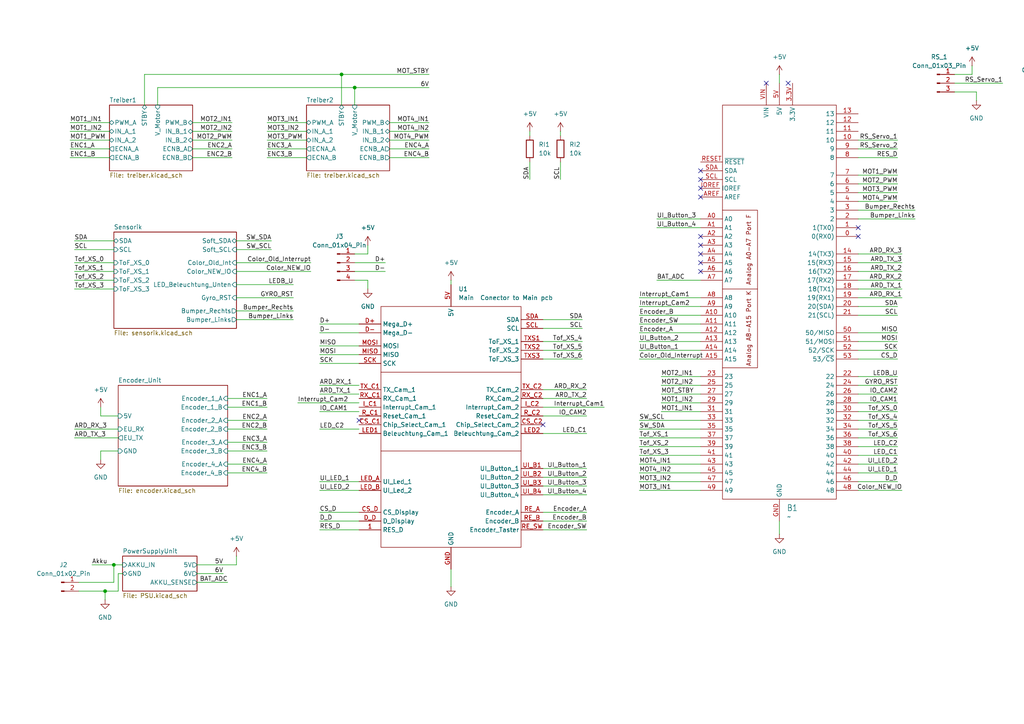
<source format=kicad_sch>
(kicad_sch (version 20250114) (generator "eeschema") (generator_version "9.0")
  (paper "A4")
  (lib_symbols
    (symbol "Connector:Conn_01x02_Pin" (pin_names (offset 1.016) (hide yes))
      (property "Reference" "J" (at 0 2.54 0))
      (property "Value" "Conn_01x02_Pin" (at 0 -5.08 0))
      (symbol "Conn_01x02_Pin_1_1"
        (rectangle (start 0.8636 0.127) (end 0 -0.127) (stroke (width 0.1524)) (fill (type outline)))
        (rectangle (start 0.8636 -2.413) (end 0 -2.667) (stroke (width 0.1524)) (fill (type outline)))
        (polyline (pts (xy 1.27 0) (xy 0.8636 0)) (stroke (width 0.1524)))
        (polyline (pts (xy 1.27 -2.54) (xy 0.8636 -2.54)) (stroke (width 0.1524)))
        (pin passive line (at 5.08 0 180) (length 3.81) (name "Pin_1") (number "1"))
        (pin passive line (at 5.08 -2.54 180) (length 3.81) (name "Pin_2") (number "2"))
      )
    )
    (symbol "Connector:Conn_01x03_Pin" (pin_names (offset 1.016) (hide yes))
      (property "Reference" "J" (at 0 5.08 0))
      (property "Value" "Conn_01x03_Pin" (at 0 -5.08 0))
      (symbol "Conn_01x03_Pin_1_1"
        (rectangle (start 0.8636 2.667) (end 0 2.413) (stroke (width 0.1524)) (fill (type outline)))
        (rectangle (start 0.8636 0.127) (end 0 -0.127) (stroke (width 0.1524)) (fill (type outline)))
        (rectangle (start 0.8636 -2.413) (end 0 -2.667) (stroke (width 0.1524)) (fill (type outline)))
        (polyline (pts (xy 1.27 2.54) (xy 0.8636 2.54)) (stroke (width 0.1524)))
        (polyline (pts (xy 1.27 0) (xy 0.8636 0)) (stroke (width 0.1524)))
        (polyline (pts (xy 1.27 -2.54) (xy 0.8636 -2.54)) (stroke (width 0.1524)))
        (pin passive line (at 5.08 2.54 180) (length 3.81) (name "Pin_1") (number "1"))
        (pin passive line (at 5.08 0 180) (length 3.81) (name "Pin_2") (number "2"))
        (pin passive line (at 5.08 -2.54 180) (length 3.81) (name "Pin_3") (number "3"))
      )
    )
    (symbol "Connector:Conn_01x04_Pin" (pin_names (offset 1.016) (hide yes))
      (property "Reference" "J" (at 0 5.08 0))
      (property "Value" "Conn_01x04_Pin" (at 0 -7.62 0))
      (symbol "Conn_01x04_Pin_1_1"
        (rectangle (start 0.8636 2.667) (end 0 2.413) (stroke (width 0.1524)) (fill (type outline)))
        (rectangle (start 0.8636 0.127) (end 0 -0.127) (stroke (width 0.1524)) (fill (type outline)))
        (rectangle (start 0.8636 -2.413) (end 0 -2.667) (stroke (width 0.1524)) (fill (type outline)))
        (rectangle (start 0.8636 -4.953) (end 0 -5.207) (stroke (width 0.1524)) (fill (type outline)))
        (polyline (pts (xy 1.27 2.54) (xy 0.8636 2.54)) (stroke (width 0.1524)))
        (polyline (pts (xy 1.27 0) (xy 0.8636 0)) (stroke (width 0.1524)))
        (polyline (pts (xy 1.27 -2.54) (xy 0.8636 -2.54)) (stroke (width 0.1524)))
        (polyline (pts (xy 1.27 -5.08) (xy 0.8636 -5.08)) (stroke (width 0.1524)))
        (pin passive line (at 5.08 2.54 180) (length 3.81) (name "Pin_1") (number "1"))
        (pin passive line (at 5.08 0 180) (length 3.81) (name "Pin_2") (number "2"))
        (pin passive line (at 5.08 -2.54 180) (length 3.81) (name "Pin_3") (number "3"))
        (pin passive line (at 5.08 -5.08 180) (length 3.81) (name "Pin_4") (number "4"))
      )
    )
    (symbol "Device:R" (pin_numbers (hide yes)) (pin_names (offset 0))
      (property "Reference" "R" (at 2.032 0 90))
      (property "Value" "R" (at 0 0 90))
      (symbol "R_0_1"
        (rectangle (start -1.016 -2.54) (end 1.016 2.54) (stroke (width 0.254)))
      )
      (symbol "R_1_1"
        (pin passive line (at 0 3.81 270) (length 1.27) (name "~") (number "1"))
        (pin passive line (at 0 -3.81 90) (length 1.27) (name "~") (number "2"))
      )
    )
    (symbol "Robotik:ARDUINO_MEGA_R3FULL"
      (property "Reference" "B" (at -0.508 47.498 0))
      (symbol "ARDUINO_MEGA_R3FULL_1_0"
        (pin bidirectional line (at -22.86 41.91 0) (length 6.35) (name "~{RESET}") (number "RESET"))
        (pin bidirectional line (at -22.86 39.37 0) (length 6.35) (name "SDA") (number "SDA"))
        (pin bidirectional line (at -22.86 36.83 0) (length 6.35) (name "SCL") (number "SCL"))
        (pin bidirectional line (at -22.86 34.29 0) (length 5.588) (name "IOREF") (number "IOREF"))
        (pin bidirectional line (at -22.86 31.75 0) (length 6.35) (name "AREF") (number "AREF"))
        (pin input line (at -22.86 25.4 0) (length 6.35) (name "A0") (number "A0"))
        (pin input line (at -22.86 22.86 0) (length 6.35) (name "A1") (number "A1"))
        (pin input line (at -22.86 20.32 0) (length 6.35) (name "A2") (number "A2"))
        (pin input line (at -22.86 17.78 0) (length 6.35) (name "A3") (number "A3"))
        (pin input line (at -22.86 15.24 0) (length 6.35) (name "A4") (number "A4"))
        (pin input line (at -22.86 12.7 0) (length 6.35) (name "A5") (number "A5"))
        (pin input line (at -22.86 10.16 0) (length 6.35) (name "A6") (number "A6"))
        (pin input line (at -22.86 7.62 0) (length 6.35) (name "A7") (number "A7"))
        (pin input line (at -22.86 2.54 0) (length 6.35) (name "A8") (number "A8"))
        (pin input line (at -22.86 0 0) (length 6.35) (name "A9") (number "A9"))
        (pin input line (at -22.86 -2.54 0) (length 6.35) (name "A10") (number "A10"))
        (pin input line (at -22.86 -5.08 0) (length 6.35) (name "A11") (number "A11"))
        (pin input line (at -22.86 -7.62 0) (length 6.35) (name "A12") (number "A12"))
        (pin input line (at -22.86 -10.16 0) (length 6.35) (name "A13") (number "A13"))
        (pin input line (at -22.86 -12.7 0) (length 6.35) (name "A14") (number "A14"))
        (pin input line (at -22.86 -15.24 0) (length 6.35) (name "A15") (number "A15"))
        (pin bidirectional line (at -22.86 -20.32 0) (length 6.35) (name "23") (number "23"))
        (pin bidirectional line (at -22.86 -22.86 0) (length 6.35) (name "25") (number "25"))
        (pin bidirectional line (at -22.86 -25.4 0) (length 6.35) (name "27") (number "27"))
        (pin bidirectional line (at -22.86 -27.94 0) (length 6.35) (name "29") (number "29"))
        (pin bidirectional line (at -22.86 -30.48 0) (length 6.35) (name "31") (number "31"))
        (pin bidirectional line (at -22.86 -33.02 0) (length 6.35) (name "33") (number "33"))
        (pin bidirectional line (at -22.86 -35.56 0) (length 6.35) (name "35") (number "35"))
        (pin bidirectional line (at -22.86 -38.1 0) (length 6.35) (name "37") (number "37"))
        (pin bidirectional line (at -22.86 -40.64 0) (length 6.35) (name "39") (number "39"))
        (pin bidirectional line (at -22.86 -43.18 0) (length 6.35) (name "41") (number "41"))
        (pin bidirectional line (at -22.86 -45.72 0) (length 6.35) (name "43") (number "43"))
        (pin bidirectional line (at -22.86 -48.26 0) (length 6.35) (name "45") (number "45"))
        (pin bidirectional line (at -22.86 -50.8 0) (length 6.35) (name "47") (number "47"))
        (pin bidirectional line (at -22.86 -53.34 0) (length 6.35) (name "49") (number "49"))
        (pin power_in line (at -3.81 64.77 270) (length 6.35) (name "VIN") (number "VIN"))
        (pin power_in line (at 0 64.77 270) (length 6.35) (name "5V") (number "5V"))
        (pin power_in line (at 0 -62.23 90) (length 6.35) (name "GND") (number "GND"))
        (pin power_in line (at 3.81 64.77 270) (length 6.35) (name "3.3V") (number "3.3V"))
        (pin bidirectional line (at 22.86 55.88 180) (length 6.35) (name "13") (number "13"))
        (pin bidirectional line (at 22.86 53.34 180) (length 6.35) (name "12") (number "12"))
        (pin bidirectional line (at 22.86 50.8 180) (length 6.35) (name "11") (number "11"))
        (pin bidirectional line (at 22.86 48.26 180) (length 6.35) (name "10") (number "10"))
        (pin bidirectional line (at 22.86 45.72 180) (length 6.35) (name "9") (number "9"))
        (pin bidirectional line (at 22.86 43.18 180) (length 6.35) (name "8") (number "8"))
        (pin bidirectional line (at 22.86 38.1 180) (length 6.35) (name "7") (number "7"))
        (pin bidirectional line (at 22.86 35.56 180) (length 6.35) (name "6") (number "6"))
        (pin bidirectional line (at 22.86 33.02 180) (length 6.35) (name "5") (number "5"))
        (pin bidirectional line (at 22.86 30.48 180) (length 6.35) (name "4") (number "4"))
        (pin bidirectional line (at 22.86 27.94 180) (length 6.35) (name "3") (number "3"))
        (pin bidirectional line (at 22.86 25.4 180) (length 6.35) (name "2") (number "2"))
        (pin bidirectional line (at 22.86 22.86 180) (length 6.35) (name "1(TX0)") (number "1"))
        (pin bidirectional line (at 22.86 20.32 180) (length 6.35) (name "0(RX0)") (number "0"))
        (pin bidirectional line (at 22.86 15.24 180) (length 6.35) (name "14(TX3)") (number "14"))
        (pin bidirectional line (at 22.86 12.7 180) (length 6.35) (name "15(RX3)") (number "15"))
        (pin bidirectional line (at 22.86 10.16 180) (length 6.35) (name "16(TX2)") (number "16"))
        (pin bidirectional line (at 22.86 7.62 180) (length 6.35) (name "17(RX2)") (number "17"))
        (pin bidirectional line (at 22.86 5.08 180) (length 6.35) (name "18(TX1)") (number "18"))
        (pin bidirectional line (at 22.86 2.54 180) (length 6.35) (name "19(RX1)") (number "19"))
        (pin bidirectional line (at 22.86 0 180) (length 6.35) (name "20(SDA)") (number "20"))
        (pin bidirectional line (at 22.86 -2.54 180) (length 6.35) (name "21(SCL)") (number "21"))
        (pin bidirectional line (at 22.86 -7.62 180) (length 6.35) (name "50/MISO") (number "50"))
        (pin bidirectional line (at 22.86 -10.16 180) (length 6.35) (name "51/MOSI") (number "51"))
        (pin bidirectional line (at 22.86 -12.7 180) (length 6.35) (name "52/SCK") (number "52"))
        (pin bidirectional line (at 22.86 -15.24 180) (length 6.35) (name "53/~{CS}") (number "53"))
        (pin bidirectional line (at 22.86 -20.32 180) (length 6.35) (name "22") (number "22"))
        (pin bidirectional line (at 22.86 -22.86 180) (length 6.35) (name "24") (number "24"))
        (pin bidirectional line (at 22.86 -25.4 180) (length 6.35) (name "26") (number "26"))
        (pin bidirectional line (at 22.86 -27.94 180) (length 6.35) (name "28") (number "28"))
        (pin bidirectional line (at 22.86 -30.48 180) (length 6.35) (name "30") (number "30"))
        (pin bidirectional line (at 22.86 -33.02 180) (length 6.35) (name "32") (number "32"))
        (pin bidirectional line (at 22.86 -35.56 180) (length 6.35) (name "34") (number "34"))
        (pin bidirectional line (at 22.86 -38.1 180) (length 6.35) (name "36") (number "36"))
        (pin bidirectional line (at 22.86 -40.64 180) (length 6.35) (name "38") (number "38"))
        (pin bidirectional line (at 22.86 -43.18 180) (length 6.35) (name "40") (number "40"))
        (pin bidirectional line (at 22.86 -45.72 180) (length 6.35) (name "42") (number "42"))
        (pin bidirectional line (at 22.86 -48.26 180) (length 6.35) (name "44") (number "44"))
        (pin bidirectional line (at 22.86 -50.8 180) (length 6.35) (name "46") (number "46"))
        (pin bidirectional line (at 22.86 -53.34 180) (length 6.35) (name "48") (number "48"))
      )
      (symbol "ARDUINO_MEGA_R3FULL_1_1"
        (rectangle (start -16.51 58.42) (end 16.51 -55.88))
        (polyline (pts (xy -16.51 5.08) (xy -6.35 5.08) (xy -6.35 27.94) (xy -16.51 27.94)))
        (polyline (pts (xy -6.35 5.08) (xy -6.35 -17.78) (xy -16.51 -17.78)))
        (text "Analog A0-A7 Port F" (at -8.89 16.51 900) (effects (font (size 1.27 1.27))))
        (text "Analog A8-A15 Port K" (at -8.89 -6.35 900) (effects (font (size 1.27 1.27))))
      )
    )
    (symbol "RobotikV4:MainConector"
      (property "Reference" "U" (at -19.05 33.02 0))
      (property "Value" "Main  Conector to Main pcb" (at -0.254 13.97 0))
      (symbol "MainConector_0_1"
        (rectangle (start -20.32 31.75) (end 20.32 -38.1))
        (polyline (pts (xy -20.32 12.7) (xy 20.32 12.7)))
        (polyline (pts (xy 20.32 -10.16) (xy -20.32 -10.16)))
      )
      (symbol "MainConector_1_1"
        (pin input line (at -26.67 26.67 0) (length 6.35) (name "Mega_D+") (number "D+"))
        (pin input line (at -26.67 24.13 0) (length 6.35) (name "Mega_D-") (number "D-"))
        (pin input line (at -26.67 20.32 0) (length 6.35) (name "MOSI") (number "MOSI"))
        (pin input line (at -26.67 17.78 0) (length 6.35) (name "MISO") (number "MISO"))
        (pin input line (at -26.67 15.24 0) (length 6.35) (name "SCK") (number "SCK"))
        (pin output line (at -26.67 7.62 0) (length 6.35) (name "TX_Cam_1") (number "TX_C1"))
        (pin input line (at -26.67 5.08 0) (length 6.35) (name "RX_Cam_1") (number "RX_C1"))
        (pin input line (at -26.67 2.54 0) (length 6.35) (name "Interrupt_Cam_1") (number "I_C1"))
        (pin input line (at -26.67 0 0) (length 6.35) (name "Reset_Cam_1") (number "R_C1"))
        (pin input line (at -26.67 -2.54 0) (length 6.35) (name "Chip_Select_Cam_1") (number "CS_C1"))
        (pin input line (at -26.67 -5.08 0) (length 6.35) (name "Beleuchtung_Cam_1") (number "LED1"))
        (pin input line (at -26.67 -19.05 0) (length 6.35) (name "UI_Led_1") (number "LED_A"))
        (pin input line (at -26.67 -21.59 0) (length 6.35) (name "UI_Led_2") (number "LED_B"))
        (pin input line (at -26.67 -27.94 0) (length 6.35) (name "CS_Display") (number "CS_D"))
        (pin input line (at -26.67 -30.48 0) (length 6.35) (name "D_Display") (number "D_D"))
        (pin input line (at -26.67 -33.02 0) (length 6.35) (name "RES_D") (number "1"))
        (pin power_in line (at 0 38.1 270) (length 6.35) (name "5V") (number "5V"))
        (pin power_in line (at 0 -44.45 90) (length 6.35) (name "GND") (number "GND"))
        (pin bidirectional line (at 26.67 27.94 180) (length 6.35) (name "SDA") (number "SDA"))
        (pin input line (at 26.67 25.4 180) (length 6.35) (name "SCL") (number "SCL"))
        (pin input line (at 26.67 21.59 180) (length 6.35) (name "ToF_XS_1") (number "TXS1"))
        (pin input line (at 26.67 19.05 180) (length 6.35) (name "ToF_XS_2") (number "TXS2"))
        (pin input line (at 26.67 16.51 180) (length 6.35) (name "ToF_XS_3") (number "TXS3"))
        (pin output line (at 26.67 7.62 180) (length 6.35) (name "TX_Cam_2") (number "TX_C2"))
        (pin input line (at 26.67 5.08 180) (length 6.35) (name "RX_Cam_2") (number "RX_C2"))
        (pin input line (at 26.67 2.54 180) (length 6.35) (name "Interrupt_Cam_2") (number "I_C2"))
        (pin input line (at 26.67 0 180) (length 6.35) (name "Reset_Cam_2") (number "R_C2"))
        (pin input line (at 26.67 -2.54 180) (length 6.35) (name "Chip_Select_Cam_2") (number "CS_C2"))
        (pin input line (at 26.67 -5.08 180) (length 6.35) (name "Beleuchtung_Cam_2") (number "LED2"))
        (pin output line (at 26.67 -15.24 180) (length 6.35) (name "UI_Button_1") (number "UI_B1"))
        (pin output line (at 26.67 -17.78 180) (length 6.35) (name "UI_Button_2") (number "UI_B2"))
        (pin output line (at 26.67 -20.32 180) (length 6.35) (name "UI_Button_3") (number "UI_B3"))
        (pin output line (at 26.67 -22.86 180) (length 6.35) (name "UI_Button_4") (number "UI_B4"))
        (pin output line (at 26.67 -27.94 180) (length 6.35) (name "Encoder_A") (number "RE_A"))
        (pin output line (at 26.67 -30.48 180) (length 6.35) (name "Encoder_B") (number "RE_B"))
        (pin output line (at 26.67 -33.02 180) (length 6.35) (name "Encoder_Taster") (number "RE_SW"))
      )
    )
    (symbol "power:+5V" (power) (pin_numbers (hide yes)) (pin_names (offset 0) (hide yes))
      (property "Value" "+5V" (at 0 3.556 0))
      (symbol "+5V_0_1"
        (polyline (pts (xy -0.762 1.27) (xy 0 2.54)))
        (polyline (pts (xy 0 2.54) (xy 0.762 1.27)))
        (polyline (pts (xy 0 0) (xy 0 2.54)))
      )
      (symbol "+5V_1_1"
        (pin power_in line (at 0 0 90) (length 0) (name "~") (number "1"))
      )
    )
    (symbol "power:GND" (power) (pin_numbers (hide yes)) (pin_names (offset 0) (hide yes))
      (property "Value" "GND" (at 0 -3.81 0))
      (symbol "GND_0_1"
        (polyline (pts (xy 0 0) (xy 0 -1.27) (xy 1.27 -1.27) (xy 0 -2.54) (xy -1.27 -1.27) (xy 0 -1.27)))
      )
      (symbol "GND_1_1"
        (pin power_in line (at 0 0 270) (length 0) (name "~") (number "1"))
      )
    )
  )
  (junction (at 33.02 163.83))
  (junction (at 30.48 171.45))
  (junction (at 99.06 21.59))
  (junction (at 102.87 25.4))
  (no_connect (at 157.48 123.19))
  (no_connect (at 248.92 68.58))
  (no_connect (at 203.2 73.66))
  (no_connect (at 203.2 57.15))
  (no_connect (at 203.2 78.74))
  (no_connect (at 203.2 49.53))
  (no_connect (at 203.2 68.58))
  (no_connect (at 203.2 54.61))
  (no_connect (at 104.14 121.92))
  (no_connect (at 203.2 71.12))
  (no_connect (at 222.25 24.13))
  (no_connect (at 203.2 76.2))
  (no_connect (at 228.6 24.13))
  (no_connect (at 203.2 52.07))
  (no_connect (at 248.92 66.04))
  (wire (pts (xy 92.71 114.3) (xy 104.14 114.3)))
  (wire (pts (xy 57.15 163.83) (xy 68.58 163.83)))
  (wire (pts (xy 92.71 148.59) (xy 104.14 148.59)))
  (wire (pts (xy 260.35 137.16) (xy 248.92 137.16)))
  (wire (pts (xy 33.02 168.91) (xy 33.02 163.83)))
  (wire (pts (xy 21.59 72.39) (xy 33.02 72.39)))
  (wire (pts (xy 248.92 129.54) (xy 260.35 129.54)))
  (wire (pts (xy 283.21 26.67) (xy 276.86 26.67)))
  (wire (pts (xy 248.92 139.7) (xy 260.35 139.7)))
  (wire (pts (xy 185.42 139.7) (xy 203.2 139.7)))
  (wire (pts (xy 248.92 45.72) (xy 260.35 45.72)))
  (wire (pts (xy 191.77 114.3) (xy 203.2 114.3)))
  (wire (pts (xy 45.72 25.4) (xy 102.87 25.4)))
  (wire (pts (xy 20.32 43.18) (xy 31.75 43.18)))
  (wire (pts (xy 313.69 22.86) (xy 313.69 20.32)))
  (wire (pts (xy 203.2 88.9) (xy 185.42 88.9)))
  (wire (pts (xy 106.68 81.28) (xy 102.87 81.28)))
  (wire (pts (xy 185.42 96.52) (xy 203.2 96.52)))
  (wire (pts (xy 77.47 35.56) (xy 88.9 35.56)))
  (wire (pts (xy 248.92 111.76) (xy 260.35 111.76)))
  (wire (pts (xy 203.2 63.5) (xy 190.5 63.5)))
  (wire (pts (xy 248.92 119.38) (xy 260.35 119.38)))
  (wire (pts (xy 248.92 81.28) (xy 261.62 81.28)))
  (wire (pts (xy 78.74 72.39) (xy 68.58 72.39)))
  (wire (pts (xy 29.21 130.81) (xy 34.29 130.81)))
  (wire (pts (xy 248.92 99.06) (xy 260.35 99.06)))
  (wire (pts (xy 66.04 128.27) (xy 77.47 128.27)))
  (wire (pts (xy 226.06 21.59) (xy 226.06 24.13)))
  (wire (pts (xy 102.87 78.74) (xy 111.76 78.74)))
  (wire (pts (xy 92.71 124.46) (xy 104.14 124.46)))
  (wire (pts (xy 20.32 40.64) (xy 31.75 40.64)))
  (wire (pts (xy 92.71 151.13) (xy 104.14 151.13)))
  (wire (pts (xy 92.71 119.38) (xy 104.14 119.38)))
  (wire (pts (xy 248.92 127) (xy 260.35 127)))
  (wire (pts (xy 185.42 129.54) (xy 203.2 129.54)))
  (wire (pts (xy 248.92 142.24) (xy 261.62 142.24)))
  (wire (pts (xy 185.42 142.24) (xy 203.2 142.24)))
  (wire (pts (xy 92.71 111.76) (xy 104.14 111.76)))
  (wire (pts (xy 77.47 40.64) (xy 88.9 40.64)))
  (wire (pts (xy 248.92 88.9) (xy 260.35 88.9)))
  (wire (pts (xy 190.5 81.28) (xy 203.2 81.28)))
  (wire (pts (xy 276.86 21.59) (xy 281.94 21.59)))
  (wire (pts (xy 130.81 170.18) (xy 130.81 165.1)))
  (wire (pts (xy 248.92 76.2) (xy 261.62 76.2)))
  (wire (pts (xy 185.42 127) (xy 203.2 127)))
  (wire (pts (xy 55.88 45.72) (xy 67.31 45.72)))
  (wire (pts (xy 34.29 166.37) (xy 34.29 171.45)))
  (wire (pts (xy 30.48 171.45) (xy 22.86 171.45)))
  (wire (pts (xy 203.2 101.6) (xy 185.42 101.6)))
  (wire (pts (xy 248.92 86.36) (xy 261.62 86.36)))
  (wire (pts (xy 26.67 163.83) (xy 33.02 163.83)))
  (wire (pts (xy 41.91 30.48) (xy 41.91 21.59)))
  (wire (pts (xy 248.92 43.18) (xy 260.35 43.18)))
  (wire (pts (xy 248.92 55.88) (xy 260.35 55.88)))
  (wire (pts (xy 157.48 99.06) (xy 168.91 99.06)))
  (wire (pts (xy 113.03 40.64) (xy 124.46 40.64)))
  (wire (pts (xy 191.77 111.76) (xy 203.2 111.76)))
  (wire (pts (xy 102.87 25.4) (xy 124.46 25.4)))
  (wire (pts (xy 314.96 30.48) (xy 314.96 27.94)))
  (wire (pts (xy 153.67 46.99) (xy 153.67 52.07)))
  (wire (pts (xy 102.87 76.2) (xy 111.76 76.2)))
  (wire (pts (xy 21.59 78.74) (xy 33.02 78.74)))
  (wire (pts (xy 20.32 35.56) (xy 31.75 35.56)))
  (wire (pts (xy 314.96 27.94) (xy 308.61 27.94)))
  (wire (pts (xy 157.48 101.6) (xy 168.91 101.6)))
  (wire (pts (xy 92.71 102.87) (xy 104.14 102.87)))
  (wire (pts (xy 248.92 121.92) (xy 260.35 121.92)))
  (wire (pts (xy 55.88 38.1) (xy 67.31 38.1)))
  (wire (pts (xy 162.56 46.99) (xy 162.56 52.07)))
  (wire (pts (xy 153.67 38.1) (xy 153.67 39.37)))
  (wire (pts (xy 113.03 35.56) (xy 124.46 35.56)))
  (wire (pts (xy 203.2 93.98) (xy 185.42 93.98)))
  (wire (pts (xy 157.48 118.11) (xy 175.26 118.11)))
  (wire (pts (xy 45.72 30.48) (xy 45.72 25.4)))
  (wire (pts (xy 185.42 134.62) (xy 203.2 134.62)))
  (wire (pts (xy 34.29 171.45) (xy 30.48 171.45)))
  (wire (pts (xy 92.71 100.33) (xy 104.14 100.33)))
  (wire (pts (xy 130.81 81.28) (xy 130.81 82.55)))
  (wire (pts (xy 248.92 104.14) (xy 260.35 104.14)))
  (wire (pts (xy 55.88 35.56) (xy 67.31 35.56)))
  (wire (pts (xy 21.59 127) (xy 34.29 127)))
  (wire (pts (xy 113.03 45.72) (xy 124.46 45.72)))
  (wire (pts (xy 92.71 139.7) (xy 104.14 139.7)))
  (wire (pts (xy 102.87 73.66) (xy 106.68 73.66)))
  (wire (pts (xy 157.48 151.13) (xy 170.18 151.13)))
  (wire (pts (xy 66.04 130.81) (xy 77.47 130.81)))
  (wire (pts (xy 248.92 40.64) (xy 260.35 40.64)))
  (wire (pts (xy 29.21 133.35) (xy 29.21 130.81)))
  (wire (pts (xy 104.14 116.84) (xy 86.36 116.84)))
  (wire (pts (xy 55.88 40.64) (xy 67.31 40.64)))
  (wire (pts (xy 22.86 168.91) (xy 33.02 168.91)))
  (wire (pts (xy 68.58 86.36) (xy 85.09 86.36)))
  (wire (pts (xy 308.61 22.86) (xy 313.69 22.86)))
  (wire (pts (xy 185.42 132.08) (xy 203.2 132.08)))
  (wire (pts (xy 157.48 95.25) (xy 168.91 95.25)))
  (wire (pts (xy 20.32 45.72) (xy 31.75 45.72)))
  (wire (pts (xy 92.71 93.98) (xy 104.14 93.98)))
  (wire (pts (xy 276.86 24.13) (xy 290.83 24.13)))
  (wire (pts (xy 66.04 118.11) (xy 77.47 118.11)))
  (wire (pts (xy 21.59 83.82) (xy 33.02 83.82)))
  (wire (pts (xy 57.15 168.91) (xy 66.04 168.91)))
  (wire (pts (xy 162.56 38.1) (xy 162.56 39.37)))
  (wire (pts (xy 106.68 71.12) (xy 106.68 73.66)))
  (wire (pts (xy 281.94 21.59) (xy 281.94 19.05)))
  (wire (pts (xy 92.71 96.52) (xy 104.14 96.52)))
  (wire (pts (xy 113.03 38.1) (xy 124.46 38.1)))
  (wire (pts (xy 248.92 58.42) (xy 260.35 58.42)))
  (wire (pts (xy 248.92 60.96) (xy 265.43 60.96)))
  (wire (pts (xy 157.48 113.03) (xy 170.18 113.03)))
  (wire (pts (xy 157.48 104.14) (xy 168.91 104.14)))
  (wire (pts (xy 55.88 43.18) (xy 67.31 43.18)))
  (wire (pts (xy 248.92 73.66) (xy 261.62 73.66)))
  (wire (pts (xy 157.48 140.97) (xy 170.18 140.97)))
  (wire (pts (xy 248.92 101.6) (xy 260.35 101.6)))
  (wire (pts (xy 68.58 82.55) (xy 85.09 82.55)))
  (wire (pts (xy 33.02 163.83) (xy 35.56 163.83)))
  (wire (pts (xy 30.48 171.45) (xy 30.48 173.99)))
  (wire (pts (xy 66.04 134.62) (xy 77.47 134.62)))
  (wire (pts (xy 21.59 124.46) (xy 34.29 124.46)))
  (wire (pts (xy 20.32 38.1) (xy 31.75 38.1)))
  (wire (pts (xy 185.42 137.16) (xy 203.2 137.16)))
  (wire (pts (xy 157.48 120.65) (xy 170.18 120.65)))
  (wire (pts (xy 106.68 83.82) (xy 106.68 81.28)))
  (wire (pts (xy 157.48 148.59) (xy 170.18 148.59)))
  (wire (pts (xy 248.92 132.08) (xy 260.35 132.08)))
  (wire (pts (xy 78.74 69.85) (xy 68.58 69.85)))
  (wire (pts (xy 99.06 30.48) (xy 99.06 21.59)))
  (wire (pts (xy 157.48 143.51) (xy 170.18 143.51)))
  (wire (pts (xy 92.71 105.41) (xy 104.14 105.41)))
  (wire (pts (xy 68.58 90.17) (xy 85.09 90.17)))
  (wire (pts (xy 99.06 21.59) (xy 124.46 21.59)))
  (wire (pts (xy 157.48 135.89) (xy 170.18 135.89)))
  (wire (pts (xy 77.47 43.18) (xy 88.9 43.18)))
  (wire (pts (xy 66.04 121.92) (xy 77.47 121.92)))
  (wire (pts (xy 283.21 29.21) (xy 283.21 26.67)))
  (wire (pts (xy 191.77 109.22) (xy 203.2 109.22)))
  (wire (pts (xy 260.35 134.62) (xy 248.92 134.62)))
  (wire (pts (xy 68.58 161.29) (xy 68.58 163.83)))
  (wire (pts (xy 68.58 76.2) (xy 90.17 76.2)))
  (wire (pts (xy 68.58 78.74) (xy 90.17 78.74)))
  (wire (pts (xy 92.71 142.24) (xy 104.14 142.24)))
  (wire (pts (xy 248.92 109.22) (xy 260.35 109.22)))
  (wire (pts (xy 248.92 124.46) (xy 260.35 124.46)))
  (wire (pts (xy 21.59 81.28) (xy 33.02 81.28)))
  (wire (pts (xy 308.61 25.4) (xy 322.58 25.4)))
  (wire (pts (xy 41.91 21.59) (xy 99.06 21.59)))
  (wire (pts (xy 248.92 114.3) (xy 260.35 114.3)))
  (wire (pts (xy 102.87 25.4) (xy 102.87 30.48)))
  (wire (pts (xy 77.47 45.72) (xy 88.9 45.72)))
  (wire (pts (xy 113.03 43.18) (xy 124.46 43.18)))
  (wire (pts (xy 203.2 104.14) (xy 185.42 104.14)))
  (wire (pts (xy 248.92 91.44) (xy 260.35 91.44)))
  (wire (pts (xy 248.92 63.5) (xy 265.43 63.5)))
  (wire (pts (xy 248.92 116.84) (xy 260.35 116.84)))
  (wire (pts (xy 57.15 166.37) (xy 64.77 166.37)))
  (wire (pts (xy 191.77 116.84) (xy 203.2 116.84)))
  (wire (pts (xy 157.48 153.67) (xy 170.18 153.67)))
  (wire (pts (xy 77.47 38.1) (xy 88.9 38.1)))
  (wire (pts (xy 248.92 78.74) (xy 261.62 78.74)))
  (wire (pts (xy 21.59 69.85) (xy 33.02 69.85)))
  (wire (pts (xy 66.04 124.46) (xy 77.47 124.46)))
  (wire (pts (xy 203.2 99.06) (xy 185.42 99.06)))
  (wire (pts (xy 185.42 121.92) (xy 203.2 121.92)))
  (wire (pts (xy 157.48 92.71) (xy 168.91 92.71)))
  (wire (pts (xy 92.71 153.67) (xy 104.14 153.67)))
  (wire (pts (xy 248.92 96.52) (xy 260.35 96.52)))
  (wire (pts (xy 157.48 138.43) (xy 170.18 138.43)))
  (wire (pts (xy 203.2 66.04) (xy 190.5 66.04)))
  (wire (pts (xy 185.42 124.46) (xy 203.2 124.46)))
  (wire (pts (xy 35.56 166.37) (xy 34.29 166.37)))
  (wire (pts (xy 29.21 120.65) (xy 29.21 118.11)))
  (wire (pts (xy 203.2 91.44) (xy 185.42 91.44)))
  (wire (pts (xy 34.29 120.65) (xy 29.21 120.65)))
  (wire (pts (xy 203.2 86.36) (xy 185.42 86.36)))
  (wire (pts (xy 248.92 83.82) (xy 261.62 83.82)))
  (wire (pts (xy 21.59 76.2) (xy 33.02 76.2)))
  (wire (pts (xy 68.58 92.71) (xy 85.09 92.71)))
  (wire (pts (xy 66.04 115.57) (xy 77.47 115.57)))
  (wire (pts (xy 248.92 53.34) (xy 260.35 53.34)))
  (wire (pts (xy 226.06 154.94) (xy 226.06 151.13)))
  (wire (pts (xy 157.48 125.73) (xy 170.18 125.73)))
  (wire (pts (xy 66.04 137.16) (xy 77.47 137.16)))
  (wire (pts (xy 248.92 50.8) (xy 260.35 50.8)))
  (wire (pts (xy 191.77 119.38) (xy 203.2 119.38)))
  (wire (pts (xy 157.48 115.57) (xy 170.18 115.57)))
  (label "MOT3_IN1" (at 77.47 35.56 0))
  (label "CS_D" (at 92.71 148.59 0))
  (label "RS_Servo_2" (at 260.35 43.18 180))
  (label "Tof_XS_6" (at 168.91 104.14 180))
  (label "LED_C2" (at 92.71 124.46 0))
  (label "Interrupt_Cam2" (at 185.42 88.9 0))
  (label "ARD_RX_3" (at 261.62 73.66 180))
  (label "MOT2_PWM" (at 260.35 53.34 180))
  (label "MOSI" (at 92.71 102.87 0))
  (label "ENC1_B" (at 20.32 45.72 0))
  (label "6V" (at 64.77 166.37 180))
  (label "Tof_XS_2" (at 185.42 129.54 0))
  (label "MOT3_IN2" (at 77.47 38.1 0))
  (label "D-" (at 111.76 78.74 180))
  (label "ARD_TX_3" (at 261.62 76.2 180))
  (label "ENC4_B" (at 77.47 137.16 180))
  (label "Encoder_B" (at 170.18 151.13 180))
  (label "IO_CAM2" (at 260.35 114.3 180))
  (label "Encoder_SW" (at 185.42 93.98 0))
  (label "Color_NEW_IO" (at 90.17 78.74 180))
  (label "BAT_ADC" (at 190.5 81.28 0))
  (label "CS_D" (at 260.35 104.14 180))
  (label "MOT2_IN2" (at 67.31 38.1 180))
  (label "Bumper_Links" (at 85.09 92.71 180))
  (label "LED_C1" (at 260.35 132.08 180))
  (label "Tof_XS_1" (at 185.42 127 0))
  (label "MOT2_PWM" (at 67.31 40.64 180))
  (label "RS_Servo_2" (at 322.58 25.4 180))
  (label "ENC3_B" (at 77.47 45.72 0))
  (label "UI_Button_1" (at 185.42 101.6 0))
  (label "RS_Servo_1" (at 290.83 24.13 180))
  (label "UI_Button_3" (at 190.5 63.5 0))
  (label "SCL" (at 168.91 95.25 180))
  (label "LED_C1" (at 170.18 125.73 180))
  (label "RES_D" (at 92.71 153.67 0))
  (label "LEDB_U" (at 85.09 82.55 180))
  (label "ENC2_A" (at 77.47 121.92 180))
  (label "Color_NEW_IO" (at 261.62 142.24 180))
  (label "UI_Button_1" (at 170.18 135.89 180))
  (label "MOT4_PWM" (at 124.46 40.64 180))
  (label "UI_Button_3" (at 170.18 140.97 180))
  (label "IO_CAM1" (at 260.35 116.84 180))
  (label "ARD_RX_2" (at 261.62 81.28 180))
  (label "Tof_XS_5" (at 260.35 124.46 180))
  (label "ENC2_A" (at 67.31 43.18 180))
  (label "Tof_XS_2" (at 21.59 81.28 0))
  (label "MOT2_IN1" (at 191.77 109.22 0))
  (label "MOT2_IN2" (at 191.77 111.76 0))
  (label "Bumper_Rechts" (at 265.43 60.96 180))
  (label "UI_LED_2" (at 92.71 142.24 0))
  (label "Tof_XS_5" (at 168.91 101.6 180))
  (label "Color_Old_Interrupt" (at 90.17 76.2 180))
  (label "MOSI" (at 260.35 99.06 180))
  (label "MOT2_IN1" (at 67.31 35.56 180))
  (label "UI_LED_1" (at 92.71 139.7 0))
  (label "RS_Servo_1" (at 260.35 40.64 180))
  (label "ARD_TX_1" (at 92.71 114.3 0))
  (label "SDA" (at 168.91 92.71 180))
  (label "Tof_XS_0" (at 260.35 119.38 180))
  (label "5V" (at 64.77 163.83 180))
  (label "ARD_RX_3" (at 21.59 124.46 0))
  (label "ARD_RX_2" (at 170.18 113.03 180))
  (label "IO_CAM2" (at 170.18 120.65 180))
  (label "MOT1_PWM" (at 20.32 40.64 0))
  (label "6V" (at 124.46 25.4 180))
  (label "Tof_XS_1" (at 21.59 78.74 0))
  (label "ENC1_A" (at 77.47 115.57 180))
  (label "UI_Button_4" (at 170.18 143.51 180))
  (label "ARD_RX_1" (at 261.62 86.36 180))
  (label "D+" (at 92.71 93.98 0))
  (label "UI_Button_4" (at 190.5 66.04 0))
  (label "MOT3_PWM" (at 77.47 40.64 0))
  (label "SW_SCL" (at 78.74 72.39 180))
  (label "ENC4_A" (at 77.47 134.62 180))
  (label "MISO" (at 92.71 100.33 0))
  (label "Tof_XS_4" (at 260.35 121.92 180))
  (label "Interrupt_Cam1" (at 175.26 118.11 180))
  (label "SDA" (at 153.67 52.07 90))
  (label "Bumper_Rechts" (at 85.09 90.17 180))
  (label "ENC3_B" (at 77.47 130.81 180))
  (label "ENC4_B" (at 124.46 45.72 180))
  (label "GYRO_RST" (at 260.35 111.76 180))
  (label "Tof_XS_6" (at 260.35 127 180))
  (label "UI_LED_2" (at 260.35 134.62 180))
  (label "UI_Button_2" (at 185.42 99.06 0))
  (label "UI_Button_2" (at 170.18 138.43 180))
  (label "D-" (at 92.71 96.52 0))
  (label "D_D" (at 260.35 139.7 180))
  (label "MOT_STBY" (at 191.77 114.3 0))
  (label "ARD_TX_2" (at 170.18 115.57 180))
  (label "Tof_XS_4" (at 168.91 99.06 180))
  (label "ARD_TX_3" (at 21.59 127 0))
  (label "ENC2_B" (at 77.47 124.46 180))
  (label "Encoder_A" (at 185.42 96.52 0))
  (label "ENC3_A" (at 77.47 128.27 180))
  (label "ENC2_B" (at 67.31 45.72 180))
  (label "SW_SCL" (at 185.42 121.92 0))
  (label "LEDB_U" (at 260.35 109.22 180))
  (label "ARD_TX_2" (at 261.62 78.74 180))
  (label "MOT3_IN2" (at 185.42 139.7 0))
  (label "Encoder_B" (at 185.42 91.44 0))
  (label "SW_SDA" (at 78.74 69.85 180))
  (label "MOT1_IN1" (at 20.32 35.56 0))
  (label "SCK" (at 92.71 105.41 0))
  (label "MOT1_IN2" (at 191.77 116.84 0))
  (label "Color_Old_Interrupt" (at 185.42 104.14 0))
  (label "LED_C2" (at 260.35 129.54 180))
  (label "Tof_XS_3" (at 21.59 83.82 0))
  (label "ARD_TX_1" (at 261.62 83.82 180))
  (label "MOT4_IN2" (at 124.46 38.1 180))
  (label "ENC4_A" (at 124.46 43.18 180))
  (label "Interrupt_Cam1" (at 185.42 86.36 0))
  (label "UI_LED_1" (at 260.35 137.16 180))
  (label "MOT4_IN2" (at 185.42 137.16 0))
  (label "Tof_XS_0" (at 21.59 76.2 0))
  (label "SCK" (at 260.35 101.6 180))
  (label "SCL" (at 162.56 52.07 90))
  (label "Akku" (at 26.67 163.83 0))
  (label "GYRO_RST" (at 85.09 86.36 180))
  (label "BAT_ADC" (at 66.04 168.91 180))
  (label "ENC3_A" (at 77.47 43.18 0))
  (label "SDA" (at 260.35 88.9 180))
  (label "Encoder_A" (at 170.18 148.59 180))
  (label "Interrupt_Cam2" (at 86.36 116.84 0))
  (label "D+" (at 111.76 76.2 180))
  (label "D_D" (at 92.71 151.13 0))
  (label "MOT1_IN2" (at 20.32 38.1 0))
  (label "ENC1_A" (at 20.32 43.18 0))
  (label "RES_D" (at 260.35 45.72 180))
  (label "SW_SDA" (at 185.42 124.46 0))
  (label "Bumper_Links" (at 265.43 63.5 180))
  (label "MOT3_PWM" (at 260.35 55.88 180))
  (label "MOT3_IN1" (at 185.42 142.24 0))
  (label "MOT1_PWM" (at 260.35 50.8 180))
  (label "SDA" (at 21.59 69.85 0))
  (label "Tof_XS_3" (at 185.42 132.08 0))
  (label "IO_CAM1" (at 92.71 119.38 0))
  (label "MOT4_IN1" (at 185.42 134.62 0))
  (label "ARD_RX_1" (at 92.71 111.76 0))
  (label "SCL" (at 260.35 91.44 180))
  (label "SCL" (at 21.59 72.39 0))
  (label "MOT_STBY" (at 124.46 21.59 180))
  (label "ENC1_B" (at 77.47 118.11 180))
  (label "MOT4_PWM" (at 260.35 58.42 180))
  (label "MOT4_IN1" (at 124.46 35.56 180))
  (label "MISO" (at 260.35 96.52 180))
  (label "MOT1_IN1" (at 191.77 119.38 0))
  (label "Encoder_SW" (at 170.18 153.67 180))
  (symbol (lib_id "power:+5V") (at 153.67 38.1 0) (unit 1)
    (property "Reference" "#PWR036" (effects (hide yes)))
    (property "Value" "+5V" (at 153.67 33.02 0))
    (property "Description" "Power symbol creates a global label with name \"+5V\"" (effects (hide yes)))
  )
  (symbol (lib_id "power:GND") (at 30.48 173.99 0) (unit 1)
    (property "Reference" "#PWR038" (effects (hide yes)))
    (property "Value" "GND" (at 30.48 179.07 0))
    (property "Description" "Power symbol creates a global label with name \"GND\" , ground" (effects (hide yes)))
  )
  (symbol (lib_id "Connector:Conn_01x02_Pin") (at 17.78 168.91 0) (unit 1)
    (property "Reference" "J2" (at 18.415 163.83 0))
    (property "Value" "Conn_01x02_Pin" (at 18.415 166.37 0))
    (property "Footprint" "JST:JST-XH-02-PACKAGE-LONG-PAD" (effects (hide yes)))
    (property "Description" "Generic connector, single row, 01x02, script generated" (effects (hide yes)))
  )
  (symbol (lib_id "power:+5V") (at 162.56 38.1 0) (unit 1)
    (property "Reference" "#PWR037" (effects (hide yes)))
    (property "Value" "+5V" (at 162.56 33.02 0))
    (property "Description" "Power symbol creates a global label with name \"+5V\"" (effects (hide yes)))
  )
  (symbol (lib_id "Device:R") (at 162.56 43.18 0) (unit 1)
    (property "Reference" "RI2" (at 165.1 41.9099 0) (effects (justify left)))
    (property "Value" "10k" (at 165.1 44.4499 0) (effects (justify left)))
    (property "Footprint" "Resistor_SMD:R_1206_3216Metric_Pad1.30x1.75mm_HandSolder" (effects (hide yes)))
    (property "Description" "Resistor" (effects (hide yes)))
  )
  (symbol (lib_id "power:GND") (at 314.96 30.48 0) (unit 1)
    (property "Reference" "#PWR045" (effects (hide yes)))
    (property "Value" "GND" (at 314.96 35.56 0))
    (property "Description" "Power symbol creates a global label with name \"GND\" , ground" (effects (hide yes)))
  )
  (symbol (lib_id "power:+5V") (at 130.81 81.28 0) (unit 1)
    (property "Reference" "#PWR033" (effects (hide yes)))
    (property "Value" "+5V" (at 130.81 76.2 0))
    (property "Description" "Power symbol creates a global label with name \"+5V\"" (effects (hide yes)))
  )
  (symbol (lib_id "power:GND") (at 226.06 154.94 0) (unit 1)
    (property "Reference" "#PWR031" (effects (hide yes)))
    (property "Value" "GND" (at 226.06 160.02 0))
    (property "Description" "Power symbol creates a global label with name \"GND\" , ground" (effects (hide yes)))
  )
  (symbol (lib_id "Connector:Conn_01x04_Pin") (at 97.79 76.2 0) (unit 1)
    (property "Reference" "J3" (at 98.425 68.58 0))
    (property "Value" "Conn_01x04_Pin" (at 98.425 71.12 0))
    (property "Description" "Generic connector, single row, 01x04, script generated" (effects (hide yes)))
  )
  (symbol (lib_id "power:GND") (at 106.68 83.82 0) (unit 1)
    (property "Reference" "#PWR041" (effects (hide yes)))
    (property "Value" "GND" (at 106.68 88.9 0))
    (property "Description" "Power symbol creates a global label with name \"GND\" , ground" (effects (hide yes)))
  )
  (symbol (lib_id "Connector:Conn_01x03_Pin") (at 271.78 24.13 0) (unit 1)
    (property "Reference" "RS_1" (at 272.415 16.51 0))
    (property "Value" "Conn_01x03_Pin" (at 272.415 19.05 0))
    (property "Footprint" "JST:JST-XH-03-PACKAGE-LONG-PAD" (effects (hide yes)))
    (property "Description" "Generic connector, single row, 01x03, script generated" (effects (hide yes)))
  )
  (symbol (lib_id "Robotik:ARDUINO_MEGA_R3FULL") (at 226.06 88.9 0) (unit 1)
    (property "Reference" "B1" (at 228.2033 147.32 0) (effects (font (size 1.778 1.5113)) (justify left)))
    (property "Value" "~" (at 228.2033 149.86 0) (effects (font (size 1.778 1.5113)) (justify left)))
    (property "Footprint" "Robotik:ARDUINO_MEGA_NO_SILK" (effects (hide yes)))
    (property "Description" "Arduino Mega R3\nATmega2560 R3\nSparkFun Products:\nArduino Mega 2560 R3" (effects (hide yes)))
  )
  (symbol (lib_id "Device:R") (at 153.67 43.18 0) (unit 1)
    (property "Reference" "RI1" (at 156.21 41.9099 0) (effects (justify left)))
    (property "Value" "10k" (at 156.21 44.4499 0) (effects (justify left)))
    (property "Footprint" "Resistor_SMD:R_1206_3216Metric_Pad1.30x1.75mm_HandSolder" (effects (hide yes)))
    (property "Description" "Resistor" (effects (hide yes)))
  )
  (symbol (lib_id "power:GND") (at 29.21 133.35 0) (unit 1)
    (property "Reference" "#PWR035" (effects (hide yes)))
    (property "Value" "GND" (at 29.21 138.43 0))
    (property "Description" "Power symbol creates a global label with name \"GND\" , ground" (effects (hide yes)))
  )
  (symbol (lib_id "power:+5V") (at 226.06 21.59 0) (unit 1)
    (property "Reference" "#PWR030" (effects (hide yes)))
    (property "Value" "+5V" (at 226.06 16.51 0))
    (property "Description" "Power symbol creates a global label with name \"+5V\"" (effects (hide yes)))
  )
  (symbol (lib_id "power:+5V") (at 29.21 118.11 0) (unit 1)
    (property "Reference" "#PWR034" (effects (hide yes)))
    (property "Value" "+5V" (at 29.21 113.03 0))
    (property "Description" "Power symbol creates a global label with name \"+5V\"" (effects (hide yes)))
  )
  (symbol (lib_id "Connector:Conn_01x03_Pin") (at 303.53 25.4 0) (unit 1)
    (property "Reference" "RS_2" (at 304.165 17.78 0))
    (property "Value" "Conn_01x03_Pin" (at 304.165 20.32 0))
    (property "Footprint" "JST:JST-XH-03-PACKAGE-LONG-PAD" (effects (hide yes)))
    (property "Description" "Generic connector, single row, 01x03, script generated" (effects (hide yes)))
  )
  (symbol (lib_id "power:GND") (at 283.21 29.21 0) (unit 1)
    (property "Reference" "#PWR043" (effects (hide yes)))
    (property "Value" "GND" (at 283.21 34.29 0))
    (property "Description" "Power symbol creates a global label with name \"GND\" , ground" (effects (hide yes)))
  )
  (symbol (lib_id "power:+5V") (at 313.69 20.32 0) (unit 1)
    (property "Reference" "#PWR044" (effects (hide yes)))
    (property "Value" "+5V" (at 313.69 15.24 0))
    (property "Description" "Power symbol creates a global label with name \"+5V\"" (effects (hide yes)))
  )
  (symbol (lib_id "power:GND") (at 130.81 170.18 0) (unit 1)
    (property "Reference" "#PWR032" (effects (hide yes)))
    (property "Value" "GND" (at 130.81 175.26 0))
    (property "Description" "Power symbol creates a global label with name \"GND\" , ground" (effects (hide yes)))
  )
  (symbol (lib_id "power:+5V") (at 106.68 71.12 0) (unit 1)
    (property "Reference" "#PWR040" (effects (hide yes)))
    (property "Value" "+5V" (at 106.68 66.04 0))
    (property "Description" "Power symbol creates a global label with name \"+5V\"" (effects (hide yes)))
  )
  (symbol (lib_id "power:+5V") (at 68.58 161.29 0) (unit 1)
    (property "Reference" "#PWR039" (effects (hide yes)))
    (property "Value" "+5V" (at 68.58 156.21 0))
    (property "Description" "Power symbol creates a global label with name \"+5V\"" (effects (hide yes)))
  )
  (symbol (lib_id "RobotikV4:MainConector") (at 130.81 120.65 0) (unit 1)
    (property "Reference" "U1" (at 132.9533 83.82 0) (effects (justify left)))
    (property "Value" "Main  Conector to Main pcb" (at 132.9533 86.36 0) (effects (justify left)))
    (property "Footprint" "Robotik:Main Conetor" (effects (hide yes)))
  )
  (symbol (lib_id "power:+5V") (at 281.94 19.05 0) (unit 1)
    (property "Reference" "#PWR042" (effects (hide yes)))
    (property "Value" "+5V" (at 281.94 13.97 0))
    (property "Description" "Power symbol creates a global label with name \"+5V\"" (effects (hide yes)))
  )
  (sheet (at 35.56 161.29) (size 21.59 10.16) (stroke (width 0.1524))
    (property "Sheetname" "PowerSupplyUnit" (at 35.56 160.5784 0) (effects (justify left bottom)))
    (property "Sheetfile" "PSU.kicad_sch" (at 35.56 172.0346 0) (effects (justify left top)))
    (pin "AKKU_IN" input (at 35.56 163.83 180))
    (pin "5V" output (at 57.15 163.83 0))
    (pin "6V" output (at 57.15 166.37 0))
    (pin "GND" bidirectional (at 35.56 166.37 180))
    (pin "AKKU_SENSE" output (at 57.15 168.91 0))
  )
  (sheet (at 33.02 67.31) (size 35.56 27.94) (stroke (width 0.1524))
    (property "Sheetname" "Sensorik" (at 33.02 66.5984 0) (effects (justify left bottom)))
    (property "Sheetfile" "sensorik.kicad_sch" (at 33.02 95.8346 0) (effects (justify left top)))
    (pin "Gyro_RST" input (at 68.58 86.36 0))
    (pin "LED_Beleuchtung_Unten" input (at 68.58 82.55 0))
    (pin "SCL" input (at 33.02 72.39 180))
    (pin "SDA" bidirectional (at 33.02 69.85 180))
    (pin "Soft_SCL" input (at 68.58 72.39 0))
    (pin "Soft_SDA" bidirectional (at 68.58 69.85 0))
    (pin "ToF_XS_0" input (at 33.02 76.2 180))
    (pin "ToF_XS_1" input (at 33.02 78.74 180))
    (pin "ToF_XS_2" input (at 33.02 81.28 180))
    (pin "ToF_XS_3" input (at 33.02 83.82 180))
    (pin "Color_NEW_IO" input (at 68.58 78.74 0))
    (pin "Bumper_Rechts" output (at 68.58 90.17 0))
    (pin "Bumper_Links" output (at 68.58 92.71 0))
    (pin "Color_Old_Int" input (at 68.58 76.2 0))
  )
  (sheet (at 31.75 30.48) (size 24.13 19.05) (stroke (width 0.1524))
    (property "Sheetname" "Treiber1" (at 31.75 29.7684 0) (effects (justify left bottom)))
    (property "Sheetfile" "treiber.kicad_sch" (at 31.75 50.1146 0) (effects (justify left top)))
    (pin "IN_A_1" bidirectional (at 31.75 38.1 180))
    (pin "IN_A_2" bidirectional (at 31.75 40.64 180))
    (pin "IN_B_1" bidirectional (at 55.88 38.1 0))
    (pin "IN_B_2" bidirectional (at 55.88 40.64 0))
    (pin "PWM_A" bidirectional (at 31.75 35.56 180))
    (pin "PWM_B" bidirectional (at 55.88 35.56 0))
    (pin "STBY" bidirectional (at 41.91 30.48 90))
    (pin "V_Motor" input (at 45.72 30.48 90))
    (pin "ECNA_A" output (at 31.75 43.18 180))
    (pin "ECNA_B" output (at 31.75 45.72 180))
    (pin "ECNB_A" output (at 55.88 43.18 0))
    (pin "ECNB_B" output (at 55.88 45.72 0))
  )
  (sheet (at 88.9 30.48) (size 24.13 19.05) (stroke (width 0.1524))
    (property "Sheetname" "Treiber2" (at 88.9 29.7684 0) (effects (justify left bottom)))
    (property "Sheetfile" "treiber.kicad_sch" (at 88.9 50.1146 0) (effects (justify left top)))
    (pin "IN_A_1" bidirectional (at 88.9 38.1 180))
    (pin "IN_A_2" bidirectional (at 88.9 40.64 180))
    (pin "IN_B_1" bidirectional (at 113.03 38.1 0))
    (pin "IN_B_2" bidirectional (at 113.03 40.64 0))
    (pin "PWM_A" bidirectional (at 88.9 35.56 180))
    (pin "PWM_B" bidirectional (at 113.03 35.56 0))
    (pin "STBY" bidirectional (at 99.06 30.48 90))
    (pin "V_Motor" input (at 102.87 30.48 90))
    (pin "ECNA_A" output (at 88.9 43.18 180))
    (pin "ECNA_B" output (at 88.9 45.72 180))
    (pin "ECNB_A" output (at 113.03 43.18 0))
    (pin "ECNB_B" output (at 113.03 45.72 0))
  )
  (sheet (at 34.29 111.76) (size 31.75 29.21) (stroke (width 0.1524))
    (property "Sheetname" "Encoder_Unit" (at 34.29 111.0484 0) (effects (justify left bottom)))
    (property "Sheetfile" "encoder.kicad_sch" (at 34.29 141.5546 0) (effects (justify left top)))
    (pin "EU_RX" input (at 34.29 124.46 180))
    (pin "Encoder_2_A" input (at 66.04 121.92 0))
    (pin "Encoder_1_A" input (at 66.04 115.57 0))
    (pin "Encoder_3_A" input (at 66.04 128.27 0))
    (pin "Encoder_1_B" input (at 66.04 118.11 0))
    (pin "EU_TX" output (at 34.29 127 180))
    (pin "Encoder_3_B" input (at 66.04 130.81 0))
    (pin "Encoder_4_B" input (at 66.04 137.16 0))
    (pin "GND" input (at 34.29 130.81 180))
    (pin "Encoder_4_A" input (at 66.04 134.62 0))
    (pin "5V" input (at 34.29 120.65 180))
    (pin "Encoder_2_B" input (at 66.04 124.46 0))
  )
)
</source>
